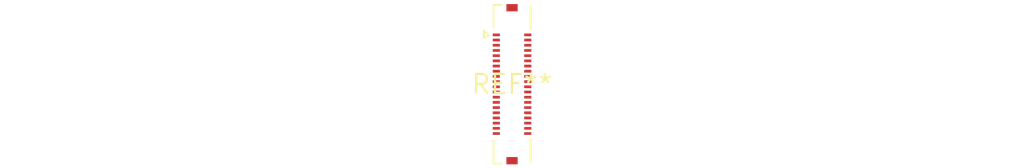
<source format=kicad_pcb>
(kicad_pcb (version 20240108) (generator pcbnew)
  (layers (0 "F.Cu" signal) (31 "B.Cu" signal) (34 "B.Paste" user) (35 "F.Paste" user) (36 "B.SilkS" user "B.Silkscreen") (37 "F.SilkS" user "F.Silkscreen") (38 "B.Mask" user) (39 "F.Mask" user) (44 "Edge.Cuts" user))
  (net 0 "")
  (footprint "Hirose_BM24_BM24-40DS-2-0.35V_2x20_P0.35mm_PowerPin2_Vertical" (layer "F.Cu") (at 0 0)
    (property "Reference" "REF**")
    (property "Value" "Hirose_BM24_BM24-40DS-2-0.35V_2x20_P0.35mm_PowerPin2_Vertical")
    (fp_line (start -1.9 -3.6) (end -1.56 -3.325) (layer "F.SilkS") (stroke (width 0.12)))
    (fp_line (start -1.9 -3.1) (end -1.9 -3.6) (layer "F.SilkS") (stroke (width 0.12)))
    (fp_line (start -1.56 -3.325) (end -1.9 -3.1) (layer "F.SilkS") (stroke (width 0.12)))
    (fp_line (start -1.25 -5.35) (end -1.25 -3.8) (layer "F.SilkS") (stroke (width 0.12)))
    (fp_line (start -1.25 -5.35) (end -0.7 -5.35) (layer "F.SilkS") (stroke (width 0.12)))
    (fp_line (start -1.25 5.35) (end -1.25 3.8) (layer "F.SilkS") (stroke (width 0.12)))
    (fp_line (start -1.25 5.35) (end -0.7 5.35) (layer "F.SilkS") (stroke (width 0.12)))
    (fp_line (start 1.25 -5.25) (end 1.25 -3.7) (layer "F.SilkS") (stroke (width 0.12)))
    (fp_line (start 1.25 3.7) (end 1.25 5.25) (layer "F.SilkS") (stroke (width 0.12)))
    (pad "1" smd rect (at -1.06 -3.325 90) (size 0.18 0.48) (layers "F.Cu" "F.Paste" "F.Mask"))
    (pad "2" smd rect (at 1.06 -3.325 90) (size 0.18 0.48) (layers "F.Cu" "F.Paste" "F.Mask"))
    (pad "3" smd rect (at -1.06 -2.975 90) (size 0.18 0.48) (layers "F.Cu" "F.Paste" "F.Mask"))
    (pad "4" smd rect (at 1.06 -2.975 90) (size 0.18 0.48) (layers "F.Cu" "F.Paste" "F.Mask"))
    (pad "5" smd rect (at -1.06 -2.625 90) (size 0.18 0.48) (layers "F.Cu" "F.Paste" "F.Mask"))
    (pad "6" smd rect (at 1.06 -2.625 90) (size 0.18 0.48) (layers "F.Cu" "F.Paste" "F.Mask"))
    (pad "7" smd rect (at -1.06 -2.275 90) (size 0.18 0.48) (layers "F.Cu" "F.Paste" "F.Mask"))
    (pad "8" smd rect (at 1.06 -2.275 90) (size 0.18 0.48) (layers "F.Cu" "F.Paste" "F.Mask"))
    (pad "9" smd rect (at -1.06 -1.925 90) (size 0.18 0.48) (layers "F.Cu" "F.Paste" "F.Mask"))
    (pad "10" smd rect (at 1.06 -1.925 90) (size 0.18 0.48) (layers "F.Cu" "F.Paste" "F.Mask"))
    (pad "11" smd rect (at -1.06 -1.575 90) (size 0.18 0.48) (layers "F.Cu" "F.Paste" "F.Mask"))
    (pad "12" smd rect (at 1.06 -1.575 90) (size 0.18 0.48) (layers "F.Cu" "F.Paste" "F.Mask"))
    (pad "13" smd rect (at -1.06 -1.225 90) (size 0.18 0.48) (layers "F.Cu" "F.Paste" "F.Mask"))
    (pad "14" smd rect (at 1.06 -1.225 90) (size 0.18 0.48) (layers "F.Cu" "F.Paste" "F.Mask"))
    (pad "15" smd rect (at -1.06 -0.875 90) (size 0.18 0.48) (layers "F.Cu" "F.Paste" "F.Mask"))
    (pad "16" smd rect (at 1.06 -0.875 90) (size 0.18 0.48) (layers "F.Cu" "F.Paste" "F.Mask"))
    (pad "17" smd rect (at -1.06 -0.525 90) (size 0.18 0.48) (layers "F.Cu" "F.Paste" "F.Mask"))
    (pad "18" smd rect (at 1.06 -0.525 90) (size 0.18 0.48) (layers "F.Cu" "F.Paste" "F.Mask"))
    (pad "19" smd rect (at -1.06 -0.175 90) (size 0.18 0.48) (layers "F.Cu" "F.Paste" "F.Mask"))
    (pad "20" smd rect (at 1.06 -0.175 90) (size 0.18 0.48) (layers "F.Cu" "F.Paste" "F.Mask"))
    (pad "21" smd rect (at -1.06 0.175 90) (size 0.18 0.48) (layers "F.Cu" "F.Paste" "F.Mask"))
    (pad "22" smd rect (at 1.06 0.175 90) (size 0.18 0.48) (layers "F.Cu" "F.Paste" "F.Mask"))
    (pad "23" smd rect (at -1.06 0.525 90) (size 0.18 0.48) (layers "F.Cu" "F.Paste" "F.Mask"))
    (pad "24" smd rect (at 1.06 0.525 90) (size 0.18 0.48) (layers "F.Cu" "F.Paste" "F.Mask"))
    (pad "25" smd rect (at -1.06 0.875 90) (size 0.18 0.48) (layers "F.Cu" "F.Paste" "F.Mask"))
    (pad "26" smd rect (at 1.06 0.875 90) (size 0.18 0.48) (layers "F.Cu" "F.Paste" "F.Mask"))
    (pad "27" smd rect (at -1.06 1.225 90) (size 0.18 0.48) (layers "F.Cu" "F.Paste" "F.Mask"))
    (pad "28" smd rect (at 1.06 1.225 90) (size 0.18 0.48) (layers "F.Cu" "F.Paste" "F.Mask"))
    (pad "29" smd rect (at -1.06 1.575 90) (size 0.18 0.48) (layers "F.Cu" "F.Paste" "F.Mask"))
    (pad "30" smd rect (at 1.06 1.575 90) (size 0.18 0.48) (layers "F.Cu" "F.Paste" "F.Mask"))
    (pad "31" smd rect (at -1.06 1.925 90) (size 0.18 0.48) (layers "F.Cu" "F.Paste" "F.Mask"))
    (pad "32" smd rect (at 1.06 1.925 90) (size 0.18 0.48) (layers "F.Cu" "F.Paste" "F.Mask"))
    (pad "33" smd rect (at -1.06 2.275 90) (size 0.18 0.48) (layers "F.Cu" "F.Paste" "F.Mask"))
    (pad "34" smd rect (at 1.06 2.275 90) (size 0.18 0.48) (layers "F.Cu" "F.Paste" "F.Mask"))
    (pad "35" smd rect (at -1.06 2.625 90) (size 0.18 0.48) (layers "F.Cu" "F.Paste" "F.Mask"))
    (pad "36" smd rect (at 1.06 2.625 90) (size 0.18 0.48) (layers "F.Cu" "F.Paste" "F.Mask"))
    (pad "37" smd rect (at -1.06 2.975 90) (size 0.18 0.48) (layers "F.Cu" "F.Paste" "F.Mask"))
    (pad "38" smd rect (at 1.06 2.975 90) (size 0.18 0.48) (layers "F.Cu" "F.Paste" "F.Mask"))
    (pad "39" smd rect (at -1.06 3.325 90) (size 0.18 0.48) (layers "F.Cu" "F.Paste" "F.Mask"))
    (pad "40" smd rect (at 1.06 3.325 90) (size 0.18 0.48) (layers "F.Cu" "F.Paste" "F.Mask"))
    (pad "41" smd rect (at 0 -5.155 90) (size 0.49 0.76) (layers "F.Cu" "F.Paste" "F.Mask"))
    (pad "42" smd rect (at 0 5.155 90) (size 0.49 0.76) (layers "F.Cu" "F.Paste" "F.Mask"))
  )
)
</source>
